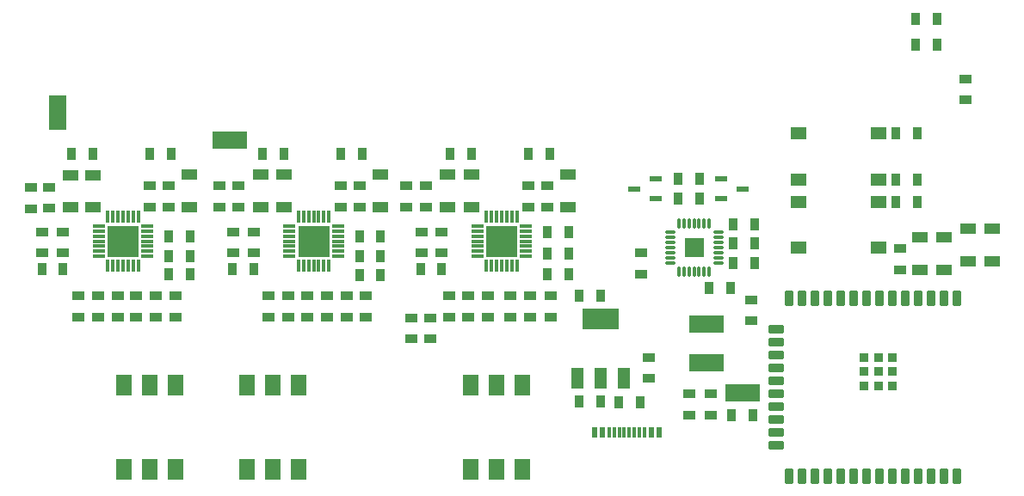
<source format=gbr>
%TF.GenerationSoftware,Altium Limited,Altium Designer,23.4.1 (23)*%
G04 Layer_Color=8421504*
%FSLAX26Y26*%
%MOIN*%
%TF.SameCoordinates,1A73CDA2-CD66-4AEC-B2A4-79F9F1676FB0*%
%TF.FilePolarity,Positive*%
%TF.FileFunction,Paste,Top*%
%TF.Part,Single*%
G01*
G75*
%TA.AperFunction,SMDPad,CuDef*%
%ADD12R,0.023622X0.044882*%
%ADD13R,0.011811X0.044882*%
G04:AMPARAMS|DCode=14|XSize=48.425mil|YSize=23.228mil|CornerRadius=5.807mil|HoleSize=0mil|Usage=FLASHONLY|Rotation=180.000|XOffset=0mil|YOffset=0mil|HoleType=Round|Shape=RoundedRectangle|*
%AMROUNDEDRECTD14*
21,1,0.048425,0.011614,0,0,180.0*
21,1,0.036811,0.023228,0,0,180.0*
1,1,0.011614,-0.018406,0.005807*
1,1,0.011614,0.018406,0.005807*
1,1,0.011614,0.018406,-0.005807*
1,1,0.011614,-0.018406,-0.005807*
%
%ADD14ROUNDEDRECTD14*%
%ADD15R,0.051181X0.084646*%
%ADD16R,0.141732X0.084646*%
%ADD17R,0.059000X0.084500*%
%ADD18R,0.061024X0.051181*%
G04:AMPARAMS|DCode=19|XSize=35.433mil|YSize=59.055mil|CornerRadius=4.429mil|HoleSize=0mil|Usage=FLASHONLY|Rotation=270.000|XOffset=0mil|YOffset=0mil|HoleType=Round|Shape=RoundedRectangle|*
%AMROUNDEDRECTD19*
21,1,0.035433,0.050197,0,0,270.0*
21,1,0.026575,0.059055,0,0,270.0*
1,1,0.008858,-0.025099,-0.013287*
1,1,0.008858,-0.025099,0.013287*
1,1,0.008858,0.025099,0.013287*
1,1,0.008858,0.025099,-0.013287*
%
%ADD19ROUNDEDRECTD19*%
G04:AMPARAMS|DCode=20|XSize=59.055mil|YSize=35.433mil|CornerRadius=4.429mil|HoleSize=0mil|Usage=FLASHONLY|Rotation=270.000|XOffset=0mil|YOffset=0mil|HoleType=Round|Shape=RoundedRectangle|*
%AMROUNDEDRECTD20*
21,1,0.059055,0.026575,0,0,270.0*
21,1,0.050197,0.035433,0,0,270.0*
1,1,0.008858,-0.013287,-0.025099*
1,1,0.008858,-0.013287,0.025099*
1,1,0.008858,0.013287,0.025099*
1,1,0.008858,0.013287,-0.025099*
%
%ADD20ROUNDEDRECTD20*%
G04:AMPARAMS|DCode=21|XSize=35.433mil|YSize=35.433mil|CornerRadius=4.429mil|HoleSize=0mil|Usage=FLASHONLY|Rotation=270.000|XOffset=0mil|YOffset=0mil|HoleType=Round|Shape=RoundedRectangle|*
%AMROUNDEDRECTD21*
21,1,0.035433,0.026575,0,0,270.0*
21,1,0.026575,0.035433,0,0,270.0*
1,1,0.008858,-0.013287,-0.013287*
1,1,0.008858,-0.013287,0.013287*
1,1,0.008858,0.013287,0.013287*
1,1,0.008858,0.013287,-0.013287*
%
%ADD21ROUNDEDRECTD21*%
G04:AMPARAMS|DCode=22|XSize=10.236mil|YSize=38.189mil|CornerRadius=2.559mil|HoleSize=0mil|Usage=FLASHONLY|Rotation=90.000|XOffset=0mil|YOffset=0mil|HoleType=Round|Shape=RoundedRectangle|*
%AMROUNDEDRECTD22*
21,1,0.010236,0.033071,0,0,90.0*
21,1,0.005118,0.038189,0,0,90.0*
1,1,0.005118,0.016535,0.002559*
1,1,0.005118,0.016535,-0.002559*
1,1,0.005118,-0.016535,-0.002559*
1,1,0.005118,-0.016535,0.002559*
%
%ADD22ROUNDEDRECTD22*%
G04:AMPARAMS|DCode=23|XSize=10.236mil|YSize=38.189mil|CornerRadius=2.559mil|HoleSize=0mil|Usage=FLASHONLY|Rotation=0.000|XOffset=0mil|YOffset=0mil|HoleType=Round|Shape=RoundedRectangle|*
%AMROUNDEDRECTD23*
21,1,0.010236,0.033071,0,0,0.0*
21,1,0.005118,0.038189,0,0,0.0*
1,1,0.005118,0.002559,-0.016535*
1,1,0.005118,-0.002559,-0.016535*
1,1,0.005118,-0.002559,0.016535*
1,1,0.005118,0.002559,0.016535*
%
%ADD23ROUNDEDRECTD23*%
%TA.AperFunction,TestPad*%
%ADD25R,0.135000X0.070000*%
%TA.AperFunction,SMDPad,CuDef*%
%ADD26R,0.045276X0.011811*%
%ADD27R,0.011811X0.045276*%
%ADD28R,0.124016X0.124016*%
%ADD29R,0.062992X0.039370*%
%ADD30R,0.035433X0.051181*%
%ADD31R,0.051181X0.035433*%
%TA.AperFunction,TestPad*%
%ADD32R,0.070000X0.135000*%
%TA.AperFunction,SMDPad,CuDef*%
%ADD97R,0.077945X0.077945*%
D12*
X2237016Y255504D02*
D03*
X2268512D02*
D03*
X2457488D02*
D03*
X2488984D02*
D03*
D13*
X2294102D02*
D03*
X2313787D02*
D03*
X2372843D02*
D03*
X2392528D02*
D03*
X2333472D02*
D03*
X2353157D02*
D03*
X2412213D02*
D03*
X2431898D02*
D03*
D14*
X2393075Y1199996D02*
D03*
X2476540Y1162594D02*
D03*
Y1237398D02*
D03*
X2727075Y1162594D02*
D03*
Y1237398D02*
D03*
X2810540Y1199996D02*
D03*
D15*
X2262103Y463843D02*
D03*
X2171552D02*
D03*
X2352654D02*
D03*
D16*
X2262103Y694158D02*
D03*
D17*
X414000Y112501D02*
D03*
Y437000D02*
D03*
X614000Y112501D02*
D03*
X514000D02*
D03*
Y437000D02*
D03*
X614000D02*
D03*
X1758166Y112501D02*
D03*
Y437000D02*
D03*
X1958166Y112501D02*
D03*
X1858166D02*
D03*
Y437000D02*
D03*
X1958166D02*
D03*
X892286Y112501D02*
D03*
Y437000D02*
D03*
X1092286Y112501D02*
D03*
X992286D02*
D03*
Y437000D02*
D03*
X1092286D02*
D03*
D18*
X3026819Y971772D02*
D03*
Y1148938D02*
D03*
X3339811Y971772D02*
D03*
Y1148938D02*
D03*
X3026819Y1236417D02*
D03*
Y1413583D02*
D03*
X3339811Y1236417D02*
D03*
Y1413583D02*
D03*
D19*
X2942607Y206064D02*
D03*
Y356063D02*
D03*
Y406063D02*
D03*
Y306063D02*
D03*
Y256063D02*
D03*
Y606063D02*
D03*
Y656063D02*
D03*
Y456063D02*
D03*
Y556063D02*
D03*
Y506063D02*
D03*
D20*
X3041819Y86575D02*
D03*
X2991819D02*
D03*
X3141819D02*
D03*
X3291819D02*
D03*
X3191819D02*
D03*
X3241819D02*
D03*
X3091819D02*
D03*
Y775552D02*
D03*
X2991819D02*
D03*
X3041819D02*
D03*
X3191819D02*
D03*
X3141819D02*
D03*
X3241819D02*
D03*
X3291819D02*
D03*
X3341819Y86575D02*
D03*
X3391819D02*
D03*
X3591819D02*
D03*
X3541819D02*
D03*
X3641819D02*
D03*
X3491819D02*
D03*
X3441819D02*
D03*
X3341819Y775552D02*
D03*
X3391819D02*
D03*
X3541819D02*
D03*
X3441819D02*
D03*
X3491819D02*
D03*
X3641819D02*
D03*
X3591819D02*
D03*
D21*
X3282764Y435000D02*
D03*
Y545237D02*
D03*
Y490119D02*
D03*
X3337882Y435000D02*
D03*
X3393001D02*
D03*
X3337882Y490119D02*
D03*
X3393001Y545237D02*
D03*
X3337882D02*
D03*
X3393001Y490119D02*
D03*
D22*
X2530060Y912717D02*
D03*
Y991457D02*
D03*
Y952087D02*
D03*
Y971772D02*
D03*
Y1030827D02*
D03*
Y1011142D02*
D03*
Y932402D02*
D03*
X2716674Y912717D02*
D03*
Y932402D02*
D03*
Y952087D02*
D03*
Y1011142D02*
D03*
Y971772D02*
D03*
Y991457D02*
D03*
Y1030827D02*
D03*
D23*
X2583997Y878465D02*
D03*
X2564312D02*
D03*
Y1065079D02*
D03*
X2643052Y878465D02*
D03*
X2682422D02*
D03*
X2662737D02*
D03*
X2603682D02*
D03*
X2623367D02*
D03*
X2662737Y1065079D02*
D03*
X2643052D02*
D03*
X2583997D02*
D03*
X2623367D02*
D03*
X2603682D02*
D03*
X2682422D02*
D03*
D25*
X823969Y1390000D02*
D03*
X2670000Y675000D02*
D03*
Y526520D02*
D03*
X2810000Y410030D02*
D03*
D26*
X1055506Y976975D02*
D03*
Y957290D02*
D03*
Y937605D02*
D03*
Y1055715D02*
D03*
Y1036030D02*
D03*
Y996660D02*
D03*
Y1016345D02*
D03*
X1244483Y937605D02*
D03*
Y976975D02*
D03*
Y957290D02*
D03*
Y1036030D02*
D03*
Y996660D02*
D03*
Y1016345D02*
D03*
Y1055715D02*
D03*
X316782Y976975D02*
D03*
Y957290D02*
D03*
Y937605D02*
D03*
Y1055715D02*
D03*
Y1036030D02*
D03*
Y996660D02*
D03*
Y1016345D02*
D03*
X505758Y937605D02*
D03*
Y976975D02*
D03*
Y957290D02*
D03*
Y1036030D02*
D03*
Y996660D02*
D03*
Y1016345D02*
D03*
Y1055715D02*
D03*
X1783363Y976975D02*
D03*
Y957290D02*
D03*
Y937605D02*
D03*
Y1055715D02*
D03*
Y1036030D02*
D03*
Y996660D02*
D03*
Y1016345D02*
D03*
X1972339Y937605D02*
D03*
Y976975D02*
D03*
Y957290D02*
D03*
Y1036030D02*
D03*
Y996660D02*
D03*
Y1016345D02*
D03*
Y1055715D02*
D03*
D27*
X1110625Y902172D02*
D03*
X1090940D02*
D03*
X1110625Y1091149D02*
D03*
X1090940D02*
D03*
X1169680Y902172D02*
D03*
X1209050D02*
D03*
X1189365D02*
D03*
X1130310D02*
D03*
X1149995D02*
D03*
X1209050Y1091149D02*
D03*
X1189365D02*
D03*
X1130310D02*
D03*
X1169680D02*
D03*
X1149995D02*
D03*
X371900Y902172D02*
D03*
X352215D02*
D03*
X371900Y1091149D02*
D03*
X352215D02*
D03*
X430955Y902172D02*
D03*
X470325D02*
D03*
X450640D02*
D03*
X391585D02*
D03*
X411270D02*
D03*
X470325Y1091149D02*
D03*
X450640D02*
D03*
X391585D02*
D03*
X430955D02*
D03*
X411270D02*
D03*
X1838481Y902172D02*
D03*
X1818796D02*
D03*
X1838481Y1091149D02*
D03*
X1818796D02*
D03*
X1897536Y902172D02*
D03*
X1936906D02*
D03*
X1917221D02*
D03*
X1858166D02*
D03*
X1877851D02*
D03*
X1936906Y1091149D02*
D03*
X1917221D02*
D03*
X1858166D02*
D03*
X1897536D02*
D03*
X1877851D02*
D03*
D28*
X1149995Y996660D02*
D03*
X411270D02*
D03*
X1877851D02*
D03*
D29*
X3591819Y885000D02*
D03*
Y1010984D02*
D03*
X295270Y1127173D02*
D03*
Y1253157D02*
D03*
X209900Y1127173D02*
D03*
Y1253157D02*
D03*
X669900Y1129660D02*
D03*
Y1255645D02*
D03*
X1761851Y1127629D02*
D03*
Y1253613D02*
D03*
X1669457Y1127629D02*
D03*
Y1253613D02*
D03*
X2136481Y1129660D02*
D03*
Y1255645D02*
D03*
X1033995Y1127487D02*
D03*
Y1253471D02*
D03*
X944426Y1127487D02*
D03*
Y1253471D02*
D03*
X1408625Y1129660D02*
D03*
Y1255645D02*
D03*
X3776999Y920000D02*
D03*
Y1045984D02*
D03*
X3685000Y920000D02*
D03*
Y1045984D02*
D03*
X3499819Y885000D02*
D03*
Y1010984D02*
D03*
D30*
X587900Y937487D02*
D03*
X670577D02*
D03*
X97223Y888487D02*
D03*
X179900D02*
D03*
X212593Y1335000D02*
D03*
X295270D02*
D03*
X516270D02*
D03*
X598947D02*
D03*
X587900Y1016345D02*
D03*
X670577D02*
D03*
X1563804Y888487D02*
D03*
X1646481D02*
D03*
X2137099Y948756D02*
D03*
X2054422D02*
D03*
X1679174Y1335000D02*
D03*
X1761851D02*
D03*
X1982851D02*
D03*
X2065528D02*
D03*
X2054422Y1030827D02*
D03*
X2137099D02*
D03*
X835947Y888487D02*
D03*
X918625D02*
D03*
X1409302Y937605D02*
D03*
X1326625D02*
D03*
X951317Y1335000D02*
D03*
X1033995D02*
D03*
X1254995D02*
D03*
X1337672D02*
D03*
X1326625Y1016345D02*
D03*
X1409302D02*
D03*
X2765099Y815123D02*
D03*
X2682422D02*
D03*
X2774454Y988701D02*
D03*
X2857131D02*
D03*
X2774454Y912717D02*
D03*
X2857131D02*
D03*
X2774454Y1062323D02*
D03*
X2857131D02*
D03*
X3404524Y1413583D02*
D03*
X3487201D02*
D03*
X3404524Y1236417D02*
D03*
X3487201D02*
D03*
X2645753Y1237398D02*
D03*
X2563075D02*
D03*
X2645753Y1162594D02*
D03*
X2563075D02*
D03*
X2331816Y372646D02*
D03*
X2414493D02*
D03*
X2179426Y375000D02*
D03*
X2262103D02*
D03*
X2179426Y784744D02*
D03*
X2262103D02*
D03*
X1326625Y866321D02*
D03*
X1409302D02*
D03*
X587900Y866984D02*
D03*
X670577D02*
D03*
X2054422Y868712D02*
D03*
X2137099D02*
D03*
X3564882Y1860000D02*
D03*
X3482205D02*
D03*
X3564882Y1760000D02*
D03*
X3482205D02*
D03*
X2768661Y320106D02*
D03*
X2851339D02*
D03*
X3404524Y1148938D02*
D03*
X3487201D02*
D03*
D31*
X179900Y950149D02*
D03*
Y1032826D02*
D03*
X236794Y702067D02*
D03*
Y784744D02*
D03*
X587900Y1129660D02*
D03*
Y1212338D02*
D03*
X55000Y1123007D02*
D03*
Y1205684D02*
D03*
X126270Y1123826D02*
D03*
Y1206503D02*
D03*
X516270Y1129660D02*
D03*
Y1212338D02*
D03*
X538914Y702047D02*
D03*
Y784724D02*
D03*
X614000Y702067D02*
D03*
Y784744D02*
D03*
X97223Y950149D02*
D03*
Y1032826D02*
D03*
X461955Y702067D02*
D03*
Y784744D02*
D03*
X391585Y702067D02*
D03*
Y784744D02*
D03*
X315585Y702067D02*
D03*
Y784744D02*
D03*
X1646481Y950149D02*
D03*
Y1032826D02*
D03*
X1673587Y701674D02*
D03*
Y784351D02*
D03*
X2054481Y1129660D02*
D03*
Y1212338D02*
D03*
X1509000Y1129660D02*
D03*
Y1212338D02*
D03*
X1584000Y1129660D02*
D03*
Y1212338D02*
D03*
X1982851Y1129660D02*
D03*
Y1212338D02*
D03*
X1987536Y702067D02*
D03*
Y784744D02*
D03*
X2066906Y702067D02*
D03*
Y784744D02*
D03*
X1569000Y950149D02*
D03*
Y1032826D02*
D03*
X1910000Y701674D02*
D03*
Y784351D02*
D03*
X1826166Y701674D02*
D03*
Y784351D02*
D03*
X1746851Y701673D02*
D03*
Y784351D02*
D03*
X918625Y950149D02*
D03*
Y1032826D02*
D03*
X975000Y701674D02*
D03*
Y784351D02*
D03*
X1326625Y1129660D02*
D03*
Y1212338D02*
D03*
X783969Y1129518D02*
D03*
Y1212195D02*
D03*
X858969Y1129518D02*
D03*
Y1212195D02*
D03*
X1254995Y1129660D02*
D03*
Y1212338D02*
D03*
X1277740Y702048D02*
D03*
Y784725D02*
D03*
X1352963Y701674D02*
D03*
Y784351D02*
D03*
X838969Y950149D02*
D03*
Y1032826D02*
D03*
X1200680Y702067D02*
D03*
Y784744D02*
D03*
X1125000Y702067D02*
D03*
Y784744D02*
D03*
X1051570Y702066D02*
D03*
Y784744D02*
D03*
X1529000Y617000D02*
D03*
Y699677D02*
D03*
X1600186Y617000D02*
D03*
Y699677D02*
D03*
X3420000Y967677D02*
D03*
Y885000D02*
D03*
X2419102Y869410D02*
D03*
Y952087D02*
D03*
X2449102Y463843D02*
D03*
Y546520D02*
D03*
X2605000Y323000D02*
D03*
Y405678D02*
D03*
X2686999D02*
D03*
Y323000D02*
D03*
X3675000Y1626339D02*
D03*
Y1543661D02*
D03*
X2845000Y687323D02*
D03*
Y770000D02*
D03*
D32*
X157481Y1495000D02*
D03*
D97*
X2623367Y971772D02*
D03*
%TF.MD5,c0a7747a272d00d1f442c58c7ebc75bb*%
M02*

</source>
